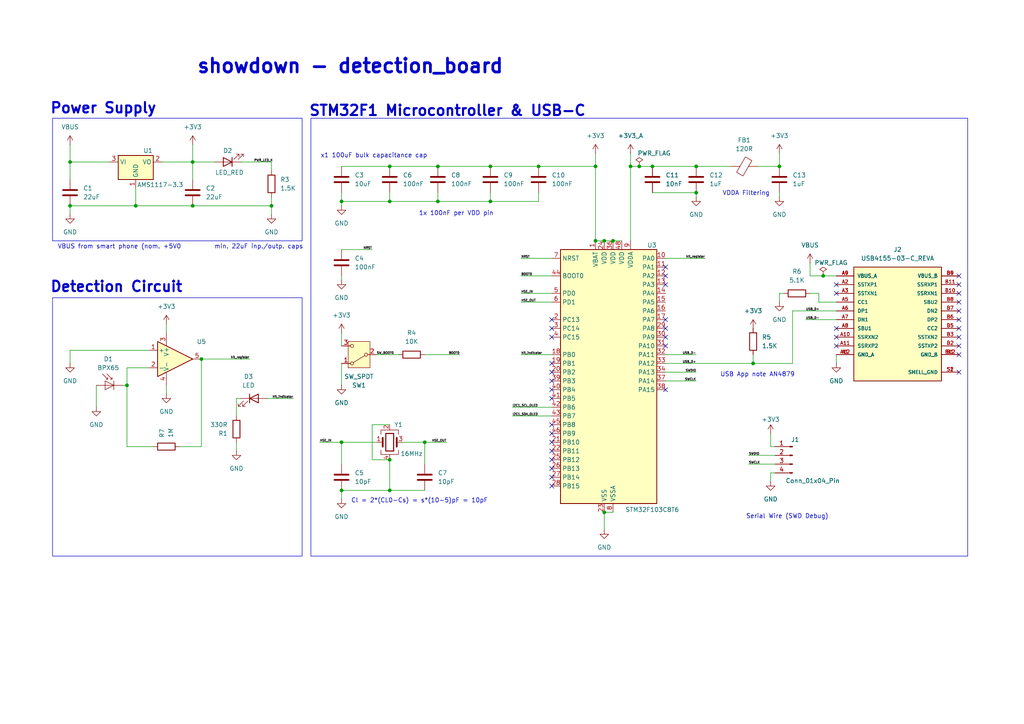
<source format=kicad_sch>
(kicad_sch (version 20231120) (generator "eeschema") (generator_version "8.0")
  (paper "A4")
  (title_block (title "showdown - detection board") (date "2024-10-12") (rev "v0.1"))
  (lib_symbols
    (symbol "Connector:Conn_01x04_Pin" (pin_names (offset 1.016) hide)
      (property "Reference" "J" (at 0 5.08 0))
      (property "Value" "Conn_01x04_Pin" (at 0 -7.62 0))
      (symbol "Conn_01x04_Pin_1_1"
        (polyline (pts (xy 1.27 -5.08) (xy 0.8636 -5.08)) (stroke (width 0.1524)))
        (polyline (pts (xy 1.27 -2.54) (xy 0.8636 -2.54)) (stroke (width 0.1524)))
        (polyline (pts (xy 1.27 0) (xy 0.8636 0)) (stroke (width 0.1524)))
        (polyline (pts (xy 1.27 2.54) (xy 0.8636 2.54)) (stroke (width 0.1524)))
        (rectangle (start 0.8636 -4.953) (end 0 -5.207) (stroke (width 0.1524)) (fill (type outline)))
        (rectangle (start 0.8636 -2.413) (end 0 -2.667) (stroke (width 0.1524)) (fill (type outline)))
        (rectangle (start 0.8636 0.127) (end 0 -0.127) (stroke (width 0.1524)) (fill (type outline)))
        (rectangle (start 0.8636 2.667) (end 0 2.413) (stroke (width 0.1524)) (fill (type outline)))
        (pin passive line (at 5.08 2.54 180) (length 3.81) (name "Pin_1") (number "1"))
        (pin passive line (at 5.08 0 180) (length 3.81) (name "Pin_2") (number "2"))
        (pin passive line (at 5.08 -2.54 180) (length 3.81) (name "Pin_3") (number "3"))
        (pin passive line (at 5.08 -5.08 180) (length 3.81) (name "Pin_4") (number "4"))
      )
    )
    (symbol "Device:C" (pin_numbers hide) (pin_names (offset 0.254))
      (property "Reference" "C" (at 0.635 2.54 0))
      (property "Value" "C" (at 0.635 -2.54 0))
      (symbol "C_0_1"
        (polyline (pts (xy -2.032 -0.762) (xy 2.032 -0.762)) (stroke (width 0.508)))
        (polyline (pts (xy -2.032 0.762) (xy 2.032 0.762)) (stroke (width 0.508)))
      )
      (symbol "C_1_1"
        (pin passive line (at 0 3.81 270) (length 2.794) (name "~") (number "1"))
        (pin passive line (at 0 -3.81 90) (length 2.794) (name "~") (number "2"))
      )
    )
    (symbol "Device:Crystal_GND24" (pin_names (offset 1.016) hide)
      (property "Reference" "Y" (at 3.175 5.08 0))
      (property "Value" "Crystal_GND24" (at 3.175 3.175 0))
      (symbol "Crystal_GND24_0_1"
        (rectangle (start -1.143 2.54) (end 1.143 -2.54) (stroke (width 0.3048)))
        (polyline (pts (xy -2.54 0) (xy -2.032 0)))
        (polyline (pts (xy -2.032 -1.27) (xy -2.032 1.27)) (stroke (width 0.508)))
        (polyline (pts (xy 0 -3.81) (xy 0 -3.556)))
        (polyline (pts (xy 0 3.556) (xy 0 3.81)))
        (polyline (pts (xy 2.032 -1.27) (xy 2.032 1.27)) (stroke (width 0.508)))
        (polyline (pts (xy 2.032 0) (xy 2.54 0)))
        (polyline (pts (xy -2.54 -2.286) (xy -2.54 -3.556) (xy 2.54 -3.556) (xy 2.54 -2.286)))
        (polyline (pts (xy -2.54 2.286) (xy -2.54 3.556) (xy 2.54 3.556) (xy 2.54 2.286)))
      )
      (symbol "Crystal_GND24_1_1"
        (pin passive line (at -3.81 0 0) (length 1.27) (name "1") (number "1"))
        (pin passive line (at 0 5.08 270) (length 1.27) (name "2") (number "2"))
        (pin passive line (at 3.81 0 180) (length 1.27) (name "3") (number "3"))
        (pin passive line (at 0 -5.08 90) (length 1.27) (name "4") (number "4"))
      )
    )
    (symbol "Device:FerriteBead" (pin_numbers hide) (pin_names (offset 0))
      (property "Reference" "FB" (at -3.81 0.635 90))
      (property "Value" "FerriteBead" (at 3.81 0 90))
      (symbol "FerriteBead_0_1"
        (polyline (pts (xy 0 -1.27) (xy 0 -1.2192)))
        (polyline (pts (xy 0 1.27) (xy 0 1.2954)))
        (polyline (pts (xy -2.7686 0.4064) (xy -1.7018 2.2606) (xy 2.7686 -0.3048) (xy 1.6764 -2.159) (xy -2.7686 0.4064)))
      )
      (symbol "FerriteBead_1_1"
        (pin passive line (at 0 3.81 270) (length 2.54) (name "~") (number "1"))
        (pin passive line (at 0 -3.81 90) (length 2.54) (name "~") (number "2"))
      )
    )
    (symbol "Device:LED" (pin_numbers hide) (pin_names (offset 1.016) hide)
      (property "Reference" "D" (at 0 2.54 0))
      (property "Value" "LED" (at 0 -2.54 0))
      (symbol "LED_0_1"
        (polyline (pts (xy -1.27 -1.27) (xy -1.27 1.27)) (stroke (width 0.254)))
        (polyline (pts (xy -1.27 0) (xy 1.27 0)))
        (polyline (pts (xy 1.27 -1.27) (xy 1.27 1.27) (xy -1.27 0) (xy 1.27 -1.27)) (stroke (width 0.254)))
        (polyline (pts (xy -3.048 -0.762) (xy -4.572 -2.286) (xy -3.81 -2.286) (xy -4.572 -2.286) (xy -4.572 -1.524)))
        (polyline (pts (xy -1.778 -0.762) (xy -3.302 -2.286) (xy -2.54 -2.286) (xy -3.302 -2.286) (xy -3.302 -1.524)))
      )
      (symbol "LED_1_1"
        (pin passive line (at -3.81 0 0) (length 2.54) (name "K") (number "1"))
        (pin passive line (at 3.81 0 180) (length 2.54) (name "A") (number "2"))
      )
    )
    (symbol "Device:R" (pin_numbers hide) (pin_names (offset 0))
      (property "Reference" "R" (at 2.032 0 90))
      (property "Value" "R" (at 0 0 90))
      (symbol "R_0_1"
        (rectangle (start -1.016 -2.54) (end 1.016 2.54) (stroke (width 0.254)))
      )
      (symbol "R_1_1"
        (pin passive line (at 0 3.81 270) (length 1.27) (name "~") (number "1"))
        (pin passive line (at 0 -3.81 90) (length 1.27) (name "~") (number "2"))
      )
    )
    (symbol "MCU_ST_STM32F1:STM32F103C8Tx"
      (property "Reference" "U" (at -12.7 39.37 0))
      (property "Value" "STM32F103C8Tx" (at 10.16 39.37 0))
      (symbol "STM32F103C8Tx_0_1"
        (rectangle (start -12.7 -35.56) (end 15.24 38.1) (stroke (width 0.254)) (fill (type background)))
      )
      (symbol "STM32F103C8Tx_1_1"
        (pin power_in line (at -2.54 40.64 270) (length 2.54) (name "VBAT") (number "1"))
        (pin bidirectional line (at 17.78 35.56 180) (length 2.54) (name "PA0") (number "10"))
        (pin bidirectional line (at 17.78 33.02 180) (length 2.54) (name "PA1") (number "11"))
        (pin bidirectional line (at 17.78 30.48 180) (length 2.54) (name "PA2") (number "12"))
        (pin bidirectional line (at 17.78 27.94 180) (length 2.54) (name "PA3") (number "13"))
        (pin bidirectional line (at 17.78 25.4 180) (length 2.54) (name "PA4") (number "14"))
        (pin bidirectional line (at 17.78 22.86 180) (length 2.54) (name "PA5") (number "15"))
        (pin bidirectional line (at 17.78 20.32 180) (length 2.54) (name "PA6") (number "16"))
        (pin bidirectional line (at 17.78 17.78 180) (length 2.54) (name "PA7") (number "17"))
        (pin bidirectional line (at -15.24 7.62 0) (length 2.54) (name "PB0") (number "18"))
        (pin bidirectional line (at -15.24 5.08 0) (length 2.54) (name "PB1") (number "19"))
        (pin bidirectional line (at -15.24 17.78 0) (length 2.54) (name "PC13") (number "2"))
        (pin bidirectional line (at -15.24 2.54 0) (length 2.54) (name "PB2") (number "20"))
        (pin bidirectional line (at -15.24 -17.78 0) (length 2.54) (name "PB10") (number "21"))
        (pin bidirectional line (at -15.24 -20.32 0) (length 2.54) (name "PB11") (number "22"))
        (pin power_in line (at 0 -38.1 90) (length 2.54) (name "VSS") (number "23"))
        (pin power_in line (at 0 40.64 270) (length 2.54) (name "VDD") (number "24"))
        (pin bidirectional line (at -15.24 -22.86 0) (length 2.54) (name "PB12") (number "25"))
        (pin bidirectional line (at -15.24 -25.4 0) (length 2.54) (name "PB13") (number "26"))
        (pin bidirectional line (at -15.24 -27.94 0) (length 2.54) (name "PB14") (number "27"))
        (pin bidirectional line (at -15.24 -30.48 0) (length 2.54) (name "PB15") (number "28"))
        (pin bidirectional line (at 17.78 15.24 180) (length 2.54) (name "PA8") (number "29"))
        (pin bidirectional line (at -15.24 15.24 0) (length 2.54) (name "PC14") (number "3"))
        (pin bidirectional line (at 17.78 12.7 180) (length 2.54) (name "PA9") (number "30"))
        (pin bidirectional line (at 17.78 10.16 180) (length 2.54) (name "PA10") (number "31"))
        (pin bidirectional line (at 17.78 7.62 180) (length 2.54) (name "PA11") (number "32"))
        (pin bidirectional line (at 17.78 5.08 180) (length 2.54) (name "PA12") (number "33"))
        (pin bidirectional line (at 17.78 2.54 180) (length 2.54) (name "PA13") (number "34"))
        (pin passive line (at 0 -38.1 90) (length 2.54) hide (name "VSS") (number "35"))
        (pin power_in line (at 2.54 40.64 270) (length 2.54) (name "VDD") (number "36"))
        (pin bidirectional line (at 17.78 0 180) (length 2.54) (name "PA14") (number "37"))
        (pin bidirectional line (at 17.78 -2.54 180) (length 2.54) (name "PA15") (number "38"))
        (pin bidirectional line (at -15.24 0 0) (length 2.54) (name "PB3") (number "39"))
        (pin bidirectional line (at -15.24 12.7 0) (length 2.54) (name "PC15") (number "4"))
        (pin bidirectional line (at -15.24 -2.54 0) (length 2.54) (name "PB4") (number "40"))
        (pin bidirectional line (at -15.24 -5.08 0) (length 2.54) (name "PB5") (number "41"))
        (pin bidirectional line (at -15.24 -7.62 0) (length 2.54) (name "PB6") (number "42"))
        (pin bidirectional line (at -15.24 -10.16 0) (length 2.54) (name "PB7") (number "43"))
        (pin input line (at -15.24 30.48 0) (length 2.54) (name "BOOT0") (number "44"))
        (pin bidirectional line (at -15.24 -12.7 0) (length 2.54) (name "PB8") (number "45"))
        (pin bidirectional line (at -15.24 -15.24 0) (length 2.54) (name "PB9") (number "46"))
        (pin passive line (at 0 -38.1 90) (length 2.54) hide (name "VSS") (number "47"))
        (pin power_in line (at 5.08 40.64 270) (length 2.54) (name "VDD") (number "48"))
        (pin bidirectional line (at -15.24 25.4 0) (length 2.54) (name "PD0") (number "5"))
        (pin bidirectional line (at -15.24 22.86 0) (length 2.54) (name "PD1") (number "6"))
        (pin input line (at -15.24 35.56 0) (length 2.54) (name "NRST") (number "7"))
        (pin power_in line (at 2.54 -38.1 90) (length 2.54) (name "VSSA") (number "8"))
        (pin power_in line (at 7.62 40.64 270) (length 2.54) (name "VDDA") (number "9"))
      )
    )
    (symbol "Regulator_Linear:AMS1117-3.3"
      (property "Reference" "U" (at -3.81 3.175 0))
      (property "Value" "AMS1117-3.3" (at 0 3.175 0))
      (symbol "AMS1117-3.3_0_1"
        (rectangle (start -5.08 -5.08) (end 5.08 1.905) (stroke (width 0.254)) (fill (type background)))
      )
      (symbol "AMS1117-3.3_1_1"
        (pin power_in line (at 0 -7.62 90) (length 2.54) (name "GND") (number "1"))
        (pin power_out line (at 7.62 0 180) (length 2.54) (name "VO") (number "2"))
        (pin power_in line (at -7.62 0 0) (length 2.54) (name "VI") (number "3"))
      )
    )
    (symbol "Sensor_Optical:BPX65" (pin_numbers hide) (pin_names (offset 1.016) hide)
      (property "Reference" "D" (at 0.508 1.778 0))
      (property "Value" "BPX65" (at -1.016 -2.794 0))
      (symbol "BPX65_0_1"
        (polyline (pts (xy -2.54 1.27) (xy -2.54 -1.27)) (stroke (width 0.1524)))
        (polyline (pts (xy -2.032 1.778) (xy -1.524 1.778)))
        (polyline (pts (xy 0 -1.27) (xy 0 1.27)))
        (polyline (pts (xy 0 0) (xy -2.54 0)))
        (polyline (pts (xy -0.508 3.302) (xy -2.032 1.778) (xy -2.032 2.286)))
        (polyline (pts (xy 0 1.27) (xy -2.54 0) (xy 0 -1.27)))
        (polyline (pts (xy 0.762 3.302) (xy -0.762 1.778) (xy -0.762 2.286) (xy -0.762 1.778) (xy -0.254 1.778)))
      )
      (symbol "BPX65_1_1"
        (pin passive line (at -5.08 0 0) (length 2.54) (name "K") (number "1"))
        (pin passive line (at 2.54 0 180) (length 2.54) (name "A") (number "2"))
      )
    )
    (symbol "Simulation_SPICE:OPAMP" (pin_names (offset 0.254))
      (property "Reference" "U" (at 3.81 3.175 0))
      (property "Value" "${SIM.PARAMS}" (at 3.81 -3.175 0))
      (symbol "OPAMP_0_1"
        (polyline (pts (xy 5.08 0) (xy -5.08 5.08) (xy -5.08 -5.08) (xy 5.08 0)) (stroke (width 0.254)) (fill (type background)))
      )
      (symbol "OPAMP_1_1"
        (pin input line (at -7.62 2.54 0) (length 2.54) (name "+") (number "1"))
        (pin input line (at -7.62 -2.54 0) (length 2.54) (name "-") (number "2"))
        (pin power_in line (at -2.54 7.62 270) (length 3.81) (name "V+") (number "3"))
        (pin power_in line (at -2.54 -7.62 90) (length 3.81) (name "V-") (number "4"))
        (pin output line (at 7.62 0 180) (length 2.54) (name "~") (number "5"))
      )
    )
    (symbol "Switch:SW_SPDT" (pin_names (offset 0) hide)
      (property "Reference" "SW" (at 0 5.08 0))
      (property "Value" "SW_SPDT" (at 0 -5.08 0))
      (symbol "SW_SPDT_0_1"
        (circle (center -2.032 0) (radius 0.4572))
        (polyline (pts (xy -1.651 0.254) (xy 1.651 2.286)))
        (circle (center 2.032 -2.54) (radius 0.4572))
        (circle (center 2.032 2.54) (radius 0.4572))
      )
      (symbol "SW_SPDT_1_1"
        (rectangle (start -3.175 3.81) (end 3.175 -3.81) (fill (type background)))
        (pin passive line (at 5.08 2.54 180) (length 2.54) (name "A") (number "1"))
        (pin passive line (at -5.08 0 0) (length 2.54) (name "B") (number "2"))
        (pin passive line (at 5.08 -2.54 180) (length 2.54) (name "C") (number "3"))
      )
    )
    (symbol "USB4155-03-C:USB4155-03-C_REVA" (pin_names (offset 1.016))
      (property "Reference" "J" (at -12.7 16.002 0))
      (property "Value" "USB4155-03-C_REVA" (at -12.7 -18.542 0))
      (symbol "USB4155-03-C_REVA_0_0"
        (rectangle (start -12.7 -17.78) (end 12.7 15.24) (stroke (width 0.254)) (fill (type background)))
        (pin power_in line (at -17.78 -10.16 0) (length 5.08) (name "GND_A") (number "A1"))
        (pin bidirectional line (at -17.78 -5.08 0) (length 5.08) (name "SSRXN2") (number "A10"))
        (pin bidirectional line (at -17.78 -7.62 0) (length 5.08) (name "SSRXP2") (number "A11"))
        (pin power_in line (at -17.78 -10.16 0) (length 5.08) (name "GND_A") (number "A12"))
        (pin bidirectional line (at -17.78 10.16 0) (length 5.08) (name "SSTXP1") (number "A2"))
        (pin bidirectional line (at -17.78 7.62 0) (length 5.08) (name "SSTXN1") (number "A3"))
        (pin power_in line (at -17.78 12.7 0) (length 5.08) (name "VBUS_A") (number "A4"))
        (pin bidirectional line (at -17.78 5.08 0) (length 5.08) (name "CC1") (number "A5"))
        (pin bidirectional line (at -17.78 2.54 0) (length 5.08) (name "DP1") (number "A6"))
        (pin bidirectional line (at -17.78 0 0) (length 5.08) (name "DN1") (number "A7"))
        (pin bidirectional line (at -17.78 -2.54 0) (length 5.08) (name "SBU1") (number "A8"))
        (pin power_in line (at -17.78 12.7 0) (length 5.08) (name "VBUS_A") (number "A9"))
        (pin power_in line (at 17.78 -10.16 180) (length 5.08) (name "GND_B") (number "B1"))
        (pin bidirectional line (at 17.78 7.62 180) (length 5.08) (name "SSRXN1") (number "B10"))
        (pin bidirectional line (at 17.78 10.16 180) (length 5.08) (name "SSRXP1") (number "B11"))
        (pin power_in line (at 17.78 -10.16 180) (length 5.08) (name "GND_B") (number "B12"))
        (pin bidirectional line (at 17.78 -7.62 180) (length 5.08) (name "SSTXP2") (number "B2"))
        (pin bidirectional line (at 17.78 -5.08 180) (length 5.08) (name "SSTXN2") (number "B3"))
        (pin power_in line (at 17.78 12.7 180) (length 5.08) (name "VBUS_B") (number "B4"))
        (pin bidirectional line (at 17.78 -2.54 180) (length 5.08) (name "CC2") (number "B5"))
        (pin bidirectional line (at 17.78 0 180) (length 5.08) (name "DP2") (number "B6"))
        (pin bidirectional line (at 17.78 2.54 180) (length 5.08) (name "DN2") (number "B7"))
        (pin bidirectional line (at 17.78 5.08 180) (length 5.08) (name "SBU2") (number "B8"))
        (pin power_in line (at 17.78 12.7 180) (length 5.08) (name "VBUS_B") (number "B9"))
        (pin power_in line (at 17.78 -15.24 180) (length 5.08) (name "SHELL_GND") (number "S1"))
        (pin power_in line (at 17.78 -15.24 180) (length 5.08) (name "SHELL_GND") (number "S2"))
      )
    )
    (symbol "power:+3.3V" (power) (pin_numbers hide) (pin_names (offset 0) hide)
      (property "Value" "+3.3V" (at 0 3.556 0))
      (symbol "+3.3V_0_1"
        (polyline (pts (xy -0.762 1.27) (xy 0 2.54)))
        (polyline (pts (xy 0 0) (xy 0 2.54)))
        (polyline (pts (xy 0 2.54) (xy 0.762 1.27)))
      )
      (symbol "+3.3V_1_1"
        (pin power_in line (at 0 0 90) (length 0) (name "~") (number "1"))
      )
    )
    (symbol "power:GND" (power) (pin_numbers hide) (pin_names (offset 0) hide)
      (property "Value" "GND" (at 0 -3.81 0))
      (symbol "GND_0_1"
        (polyline (pts (xy 0 0) (xy 0 -1.27) (xy 1.27 -1.27) (xy 0 -2.54) (xy -1.27 -1.27) (xy 0 -1.27)))
      )
      (symbol "GND_1_1"
        (pin power_in line (at 0 0 270) (length 0) (name "~") (number "1"))
      )
    )
    (symbol "power:PWR_FLAG" (power) (pin_numbers hide) (pin_names (offset 0) hide)
      (property "Value" "PWR_FLAG" (at 0 3.81 0))
      (symbol "PWR_FLAG_0_0"
        (pin power_out line (at 0 0 90) (length 0) (name "~") (number "1"))
      )
      (symbol "PWR_FLAG_0_1"
        (polyline (pts (xy 0 0) (xy 0 1.27) (xy -1.016 1.905) (xy 0 2.54) (xy 1.016 1.905) (xy 0 1.27)))
      )
    )
    (symbol "power:VBUS" (power) (pin_numbers hide) (pin_names (offset 0) hide)
      (property "Value" "VBUS" (at 0 3.556 0))
      (symbol "VBUS_0_1"
        (polyline (pts (xy -0.762 1.27) (xy 0 2.54)))
        (polyline (pts (xy 0 0) (xy 0 2.54)))
        (polyline (pts (xy 0 2.54) (xy 0.762 1.27)))
      )
      (symbol "VBUS_1_1"
        (pin power_in line (at 0 0 90) (length 0) (name "~") (number "1"))
      )
    )
  )
  (junction (at 99.06 58.42))
  (junction (at 156.21 48.26))
  (junction (at 99.06 142.24))
  (junction (at 113.03 58.42))
  (junction (at 113.03 48.26))
  (junction (at 123.19 128.27))
  (junction (at 20.32 46.99))
  (junction (at 172.72 69.85))
  (junction (at 36.83 111.76))
  (junction (at 55.88 46.99))
  (junction (at 127 48.26))
  (junction (at 20.32 59.69))
  (junction (at 113.03 133.35))
  (junction (at 127 58.42))
  (junction (at 182.88 48.26))
  (junction (at 58.42 104.14))
  (junction (at 238.76 80.01))
  (junction (at 185.42 48.26))
  (junction (at 78.74 59.69))
  (junction (at 177.8 69.85))
  (junction (at 142.24 58.42))
  (junction (at 99.06 128.27))
  (junction (at 189.23 48.26))
  (junction (at 113.03 142.24))
  (junction (at 175.26 69.85))
  (junction (at 55.88 59.69))
  (junction (at 201.93 48.26))
  (junction (at 175.26 148.59))
  (junction (at 201.93 55.88))
  (junction (at 226.06 48.26))
  (junction (at 218.44 105.41))
  (junction (at 142.24 48.26))
  (junction (at 39.37 59.69))
  (junction (at 172.72 48.26))
  (no_connect (at 278.13 87.63))
  (no_connect (at 278.13 85.09))
  (no_connect (at 278.13 97.79))
  (no_connect (at 160.02 115.57))
  (no_connect (at 278.13 82.55))
  (no_connect (at 160.02 105.41))
  (no_connect (at 160.02 110.49))
  (no_connect (at 160.02 128.27))
  (no_connect (at 193.04 80.01))
  (no_connect (at 193.04 77.47))
  (no_connect (at 160.02 113.03))
  (no_connect (at 193.04 92.71))
  (no_connect (at 278.13 92.71))
  (no_connect (at 242.57 85.09))
  (no_connect (at 278.13 107.95))
  (no_connect (at 160.02 123.19))
  (no_connect (at 193.04 100.33))
  (no_connect (at 193.04 82.55))
  (no_connect (at 160.02 130.81))
  (no_connect (at 160.02 107.95))
  (no_connect (at 278.13 95.25))
  (no_connect (at 160.02 92.71))
  (no_connect (at 278.13 90.17))
  (no_connect (at 160.02 138.43))
  (no_connect (at 193.04 113.03))
  (no_connect (at 160.02 140.97))
  (no_connect (at 160.02 125.73))
  (no_connect (at 160.02 97.79))
  (no_connect (at 278.13 100.33))
  (no_connect (at 160.02 133.35))
  (no_connect (at 193.04 97.79))
  (no_connect (at 242.57 82.55))
  (no_connect (at 242.57 97.79))
  (no_connect (at 160.02 95.25))
  (no_connect (at 242.57 95.25))
  (no_connect (at 193.04 95.25))
  (no_connect (at 278.13 80.01))
  (no_connect (at 160.02 135.89))
  (no_connect (at 278.13 102.87))
  (no_connect (at 242.57 100.33))
  (wire (pts (xy 99.06 96.52) (xy 99.06 100.33)))
  (wire (pts (xy 142.24 58.42) (xy 156.21 58.42)))
  (wire (pts (xy 123.19 128.27) (xy 123.19 134.62)))
  (wire (pts (xy 68.58 128.27) (xy 68.58 130.81)))
  (wire (pts (xy 175.26 148.59) (xy 177.8 148.59)))
  (wire (pts (xy 160.02 87.63) (xy 151.13 87.63)))
  (wire (pts (xy 193.04 110.49) (xy 201.93 110.49)))
  (wire (pts (xy 78.74 57.15) (xy 78.74 59.69)))
  (wire (pts (xy 78.74 49.53) (xy 78.74 46.99)))
  (wire (pts (xy 201.93 48.26) (xy 212.09 48.26)))
  (wire (pts (xy 223.52 129.54) (xy 223.52 125.73)))
  (wire (pts (xy 78.74 62.23) (xy 78.74 59.69)))
  (wire (pts (xy 113.03 48.26) (xy 127 48.26)))
  (wire (pts (xy 58.42 104.14) (xy 72.39 104.14)))
  (wire (pts (xy 175.26 148.59) (xy 175.26 153.67)))
  (wire (pts (xy 78.74 46.99) (xy 69.85 46.99)))
  (wire (pts (xy 99.06 58.42) (xy 99.06 59.69)))
  (wire (pts (xy 20.32 59.69) (xy 39.37 59.69)))
  (wire (pts (xy 20.32 52.07) (xy 20.32 46.99)))
  (wire (pts (xy 238.76 80.01) (xy 242.57 80.01)))
  (wire (pts (xy 148.59 120.65) (xy 160.02 120.65)))
  (wire (pts (xy 175.26 69.85) (xy 177.8 69.85)))
  (wire (pts (xy 43.18 101.6) (xy 20.32 101.6)))
  (wire (pts (xy 99.06 55.88) (xy 99.06 58.42)))
  (wire (pts (xy 113.03 58.42) (xy 127 58.42)))
  (wire (pts (xy 151.13 74.93) (xy 160.02 74.93)))
  (wire (pts (xy 237.49 87.63) (xy 242.57 87.63)))
  (wire (pts (xy 142.24 48.26) (xy 156.21 48.26)))
  (wire (pts (xy 39.37 54.61) (xy 39.37 59.69)))
  (wire (pts (xy 20.32 41.91) (xy 20.32 46.99)))
  (wire (pts (xy 99.06 128.27) (xy 109.22 128.27)))
  (wire (pts (xy 36.83 106.68) (xy 36.83 111.76)))
  (wire (pts (xy 46.99 46.99) (xy 55.88 46.99)))
  (wire (pts (xy 218.44 102.87) (xy 218.44 105.41)))
  (wire (pts (xy 39.37 59.69) (xy 55.88 59.69)))
  (wire (pts (xy 99.06 142.24) (xy 99.06 144.78)))
  (wire (pts (xy 99.06 48.26) (xy 113.03 48.26)))
  (wire (pts (xy 226.06 44.45) (xy 226.06 48.26)))
  (wire (pts (xy 20.32 101.6) (xy 20.32 105.41)))
  (wire (pts (xy 142.24 55.88) (xy 142.24 58.42)))
  (wire (pts (xy 151.13 80.01) (xy 160.02 80.01)))
  (wire (pts (xy 20.32 46.99) (xy 31.75 46.99)))
  (wire (pts (xy 223.52 129.54) (xy 224.79 129.54)))
  (wire (pts (xy 177.8 69.85) (xy 180.34 69.85)))
  (wire (pts (xy 99.06 142.24) (xy 113.03 142.24)))
  (wire (pts (xy 226.06 85.09) (xy 227.33 85.09)))
  (wire (pts (xy 113.03 142.24) (xy 113.03 133.35)))
  (wire (pts (xy 69.85 115.57) (xy 68.58 115.57)))
  (wire (pts (xy 172.72 69.85) (xy 175.26 69.85)))
  (wire (pts (xy 99.06 58.42) (xy 113.03 58.42)))
  (wire (pts (xy 123.19 142.24) (xy 113.03 142.24)))
  (wire (pts (xy 201.93 55.88) (xy 201.93 57.15)))
  (wire (pts (xy 226.06 85.09) (xy 226.06 87.63)))
  (wire (pts (xy 58.42 104.14) (xy 58.42 129.54)))
  (wire (pts (xy 229.87 90.17) (xy 229.87 105.41)))
  (wire (pts (xy 242.57 102.87) (xy 242.57 105.41)))
  (wire (pts (xy 55.88 41.91) (xy 55.88 46.99)))
  (wire (pts (xy 217.17 132.08) (xy 224.79 132.08)))
  (wire (pts (xy 172.72 48.26) (xy 172.72 69.85)))
  (wire (pts (xy 55.88 59.69) (xy 78.74 59.69)))
  (wire (pts (xy 55.88 46.99) (xy 62.23 46.99)))
  (wire (pts (xy 193.04 102.87) (xy 201.93 102.87)))
  (wire (pts (xy 156.21 58.42) (xy 156.21 55.88)))
  (wire (pts (xy 36.83 111.76) (xy 35.56 111.76)))
  (wire (pts (xy 99.06 105.41) (xy 99.06 111.76)))
  (wire (pts (xy 127 55.88) (xy 127 58.42)))
  (wire (pts (xy 116.84 128.27) (xy 123.19 128.27)))
  (wire (pts (xy 123.19 128.27) (xy 129.54 128.27)))
  (wire (pts (xy 58.42 129.54) (xy 52.07 129.54)))
  (wire (pts (xy 234.95 80.01) (xy 234.95 76.2)))
  (wire (pts (xy 193.04 107.95) (xy 201.93 107.95)))
  (wire (pts (xy 113.03 55.88) (xy 113.03 58.42)))
  (wire (pts (xy 99.06 72.39) (xy 107.95 72.39)))
  (wire (pts (xy 20.32 59.69) (xy 20.32 62.23)))
  (wire (pts (xy 217.17 134.62) (xy 224.79 134.62)))
  (wire (pts (xy 48.26 111.76) (xy 48.26 114.3)))
  (wire (pts (xy 237.49 85.09) (xy 237.49 87.63)))
  (wire (pts (xy 189.23 48.26) (xy 201.93 48.26)))
  (wire (pts (xy 218.44 105.41) (xy 229.87 105.41)))
  (wire (pts (xy 182.88 48.26) (xy 185.42 48.26)))
  (wire (pts (xy 193.04 74.93) (xy 204.47 74.93)))
  (wire (pts (xy 193.04 105.41) (xy 218.44 105.41)))
  (wire (pts (xy 68.58 115.57) (xy 68.58 120.65)))
  (wire (pts (xy 113.03 123.19) (xy 107.95 123.19)))
  (wire (pts (xy 48.26 93.98) (xy 48.26 96.52)))
  (wire (pts (xy 107.95 133.35) (xy 113.03 133.35)))
  (wire (pts (xy 234.95 85.09) (xy 237.49 85.09)))
  (wire (pts (xy 182.88 44.45) (xy 182.88 48.26)))
  (wire (pts (xy 233.68 92.71) (xy 242.57 92.71)))
  (wire (pts (xy 156.21 48.26) (xy 172.72 48.26)))
  (wire (pts (xy 123.19 102.87) (xy 133.35 102.87)))
  (wire (pts (xy 226.06 55.88) (xy 226.06 57.15)))
  (wire (pts (xy 229.87 90.17) (xy 242.57 90.17)))
  (wire (pts (xy 109.22 102.87) (xy 115.57 102.87)))
  (wire (pts (xy 234.95 80.01) (xy 238.76 80.01)))
  (wire (pts (xy 223.52 137.16) (xy 224.79 137.16)))
  (wire (pts (xy 92.71 128.27) (xy 99.06 128.27)))
  (wire (pts (xy 27.94 111.76) (xy 27.94 118.11)))
  (wire (pts (xy 151.13 102.87) (xy 160.02 102.87)))
  (wire (pts (xy 36.83 111.76) (xy 36.83 129.54)))
  (wire (pts (xy 127 58.42) (xy 142.24 58.42)))
  (wire (pts (xy 99.06 80.01) (xy 99.06 81.28)))
  (wire (pts (xy 77.47 115.57) (xy 85.09 115.57)))
  (wire (pts (xy 185.42 48.26) (xy 189.23 48.26)))
  (wire (pts (xy 148.59 118.11) (xy 160.02 118.11)))
  (wire (pts (xy 189.23 55.88) (xy 201.93 55.88)))
  (wire (pts (xy 172.72 44.45) (xy 172.72 48.26)))
  (wire (pts (xy 107.95 123.19) (xy 107.95 133.35)))
  (wire (pts (xy 219.71 48.26) (xy 226.06 48.26)))
  (wire (pts (xy 127 48.26) (xy 142.24 48.26)))
  (wire (pts (xy 44.45 129.54) (xy 36.83 129.54)))
  (wire (pts (xy 151.13 85.09) (xy 160.02 85.09)))
  (wire (pts (xy 182.88 48.26) (xy 182.88 69.85)))
  (wire (pts (xy 55.88 46.99) (xy 55.88 52.07)))
  (wire (pts (xy 223.52 137.16) (xy 223.52 139.7)))
  (wire (pts (xy 99.06 128.27) (xy 99.06 134.62)))
  (wire (pts (xy 43.18 106.68) (xy 36.83 106.68)))
  (rectangle (start 90.17 34.29) (end 280.67 161.29))
  (rectangle (start 15.24 34.29) (end 87.63 69.85))
  (rectangle (start 15.24 86.36) (end 87.63 161.29))
  (text "VBUS from smart phone (nom. +5V0	min. 22uF inp./outp. caps" (at 52.324 71.628 0) (effects (font (size 1.27 1.27))))
  (text "Cl = 2*(CL0-Cs) = s*(10-5)pF = 10pF" (at 121.666 145.288 0) (effects (font (size 1.27 1.27))))
  (text "x1 100uF bulk capacitance cap\n" (at 108.458 45.212 0) (effects (font (size 1.27 1.27))))
  (text "VDDA Filtering\n" (at 216.408 56.134 0) (effects (font (size 1.27 1.27))))
  (text "Serial Wire (SWD Debug)" (at 228.346 149.86 0) (effects (font (size 1.27 1.27))))
  (text "showdown - detection_board" (at 101.6 19.304 0) (effects (font (size 4 4) (thickness 0.8) (bold yes))))
  (text "Power Supply\n" (at 29.972 31.496 0) (effects (font (size 3 3) (thickness 0.6) (bold yes))))
  (text "1x 100nF per VDD pin" (at 132.334 61.976 0) (effects (font (size 1.27 1.27))))
  (text "STM32F1 Microcontroller & USB-C\n" (at 129.794 32.258 0) (effects (font (size 3 3) (thickness 0.6) (bold yes))))
  (text "Detection Circuit\n" (at 33.782 83.312 0) (effects (font (size 3 3) (thickness 0.6) (bold yes))))
  (text "USB App note AN4879" (at 219.71 108.712 0) (effects (font (size 1.27 1.27))))
  (label "SWDIO" (at 201.93 107.95 180) (effects (font (size 0.635 0.635))))
  (label "hit_register" (at 72.39 104.14 180) (effects (font (size 0.635 0.635))))
  (label "HSE_OUT" (at 129.54 128.27 180) (effects (font (size 0.635 0.635))))
  (label "USB_D-" (at 201.93 102.87 180) (effects (font (size 0.635 0.635))))
  (label "SWCLK" (at 217.17 134.62 0) (effects (font (size 0.635 0.635))))
  (label "SW_BOOT0" (at 109.22 102.87 0) (effects (font (size 0.635 0.635))))
  (label "BOOT0" (at 133.35 102.87 180) (effects (font (size 0.635 0.635))))
  (label "SWCLK" (at 201.93 110.49 180) (effects (font (size 0.635 0.635))))
  (label "USB_D+" (at 201.93 105.41 180) (effects (font (size 0.635 0.635))))
  (label "I2C1_SDA_OLED" (at 148.59 120.65 0) (effects (font (size 0.635 0.635))))
  (label "USB_D-" (at 233.68 92.71 0) (effects (font (size 0.635 0.635))))
  (label "hit_indicator" (at 85.09 115.57 180) (effects (font (size 0.635 0.635))))
  (label "PWR_LED_K" (at 73.66 46.99 0) (effects (font (size 0.635 0.635))))
  (label "I2C1_SCL_OLED" (at 148.59 118.11 0) (effects (font (size 0.635 0.635))))
  (label "NRST" (at 107.95 72.39 180) (effects (font (size 0.635 0.635))))
  (label "USB_D+" (at 233.68 90.17 0) (effects (font (size 0.635 0.635))))
  (label "hit_register" (at 204.47 74.93 180) (effects (font (size 0.635 0.635))))
  (label "NRST" (at 151.13 74.93 0) (effects (font (size 0.635 0.635))))
  (label "HSE_IN" (at 151.13 85.09 0) (effects (font (size 0.635 0.635))))
  (label "HSE_OUT" (at 151.13 87.63 0) (effects (font (size 0.635 0.635))))
  (label "hit_indicator" (at 151.13 102.87 0) (effects (font (size 0.635 0.635))))
  (label "SWDIO" (at 217.17 132.08 0) (effects (font (size 0.635 0.635))))
  (label "HSE_IN" (at 92.71 128.27 0) (effects (font (size 0.635 0.635))))
  (label "BOOT0" (at 151.13 80.01 0) (effects (font (size 0.635 0.635))))
  (symbol (lib_id "power:GND") (at 223.52 139.7 0) (unit 1)
    (property "Reference" "#PWR017" (effects (hide yes)))
    (property "Value" "GND" (at 223.52 144.78 0))
    (property "Description" "Power symbol creates a global label with name \"GND\" , ground" (effects (hide yes)))
  )
  (symbol (lib_id "power:GND") (at 201.93 57.15 0) (unit 1)
    (property "Reference" "#PWR014" (effects (hide yes)))
    (property "Value" "GND" (at 201.93 62.23 0))
    (property "Description" "Power symbol creates a global label with name \"GND\" , ground" (effects (hide yes)))
  )
  (symbol (lib_id "power:GND") (at 20.32 105.41 0) (mirror y) (unit 1)
    (property "Reference" "#PWR023" (effects (hide yes)))
    (property "Value" "GND" (at 20.32 110.49 0))
    (property "Description" "Power symbol creates a global label with name \"GND\" , ground" (effects (hide yes)))
  )
  (symbol (lib_id "power:GND") (at 99.06 59.69 0) (unit 1)
    (property "Reference" "#PWR06" (effects (hide yes)))
    (property "Value" "GND" (at 99.06 64.77 0))
    (property "Description" "Power symbol creates a global label with name \"GND\" , ground" (effects (hide yes)))
  )
  (symbol (lib_id "Device:R") (at 78.74 53.34 180) (unit 1)
    (property "Reference" "R3" (at 81.28 52.0699 0) (effects (justify right)))
    (property "Value" "1.5K" (at 81.28 54.6099 0) (effects (justify right)))
    (property "Footprint" "Resistor_SMD:R_0603_1608Metric" (effects (hide yes)))
    (property "Description" "Resistor" (effects (hide yes)))
  )
  (symbol (lib_id "power:+3.3V") (at 223.52 125.73 0) (unit 1)
    (property "Reference" "#PWR016" (effects (hide yes)))
    (property "Value" "+3V3" (at 223.52 121.666 0))
    (property "Description" "Power symbol creates a global label with name \"+3.3V\"" (effects (hide yes)))
  )
  (symbol (lib_id "Sensor_Optical:BPX65") (at 30.48 111.76 0) (mirror y) (unit 1)
    (property "Reference" "D1" (at 31.4071 104.14 0))
    (property "Value" "BPX65" (at 31.4071 106.68 0))
    (property "Footprint" "Package_TO_SOT_THT:TO-18-2_Lens" (effects (hide yes)))
    (property "Datasheet" "http://www.osram-os.com/Graphics/XPic1/00181579_0.pdf/BPX%2065,%20Lead%20(Pb)%20Free%20Product%20-%20RoHS%20Compliant.pdf" (effects (hide yes)))
    (property "Description" "Silicon PIN Photodiode, TO-18 package" (effects (hide yes)))
  )
  (symbol (lib_id "power:GND") (at 27.94 118.11 0) (mirror y) (unit 1)
    (property "Reference" "#PWR03" (effects (hide yes)))
    (property "Value" "GND" (at 27.94 123.19 0))
    (property "Description" "Power symbol creates a global label with name \"GND\" , ground" (effects (hide yes)))
  )
  (symbol (lib_id "Device:C") (at 142.24 52.07 0) (unit 1)
    (property "Reference" "C9" (at 146.05 50.7999 0) (effects (justify left)))
    (property "Value" "100nF" (at 146.05 53.3399 0) (effects (justify left)))
    (property "Footprint" "Capacitor_SMD:C_0603_1608Metric" (effects (hide yes)))
    (property "Description" "Unpolarized capacitor" (effects (hide yes)))
  )
  (symbol (lib_id "power:+3.3V") (at 182.88 44.45 0) (unit 1)
    (property "Reference" "#PWR013" (effects (hide yes)))
    (property "Value" "+3V3_A" (at 182.88 39.37 0))
    (property "Description" "Power symbol creates a global label with name \"+3.3V\"" (effects (hide yes)))
  )
  (symbol (lib_id "power:GND") (at 68.58 130.81 0) (mirror y) (unit 1)
    (property "Reference" "#PWR026" (effects (hide yes)))
    (property "Value" "GND" (at 68.58 135.89 0))
    (property "Description" "Power symbol creates a global label with name \"GND\" , ground" (effects (hide yes)))
  )
  (symbol (lib_id "power:+3.3V") (at 172.72 44.45 0) (unit 1)
    (property "Reference" "#PWR011" (effects (hide yes)))
    (property "Value" "+3V3" (at 172.72 39.37 0))
    (property "Description" "Power symbol creates a global label with name \"+3.3V\"" (effects (hide yes)))
  )
  (symbol (lib_id "power:GND") (at 226.06 57.15 0) (unit 1)
    (property "Reference" "#PWR019" (effects (hide yes)))
    (property "Value" "GND" (at 226.06 62.23 0))
    (property "Description" "Power symbol creates a global label with name \"GND\" , ground" (effects (hide yes)))
  )
  (symbol (lib_id "power:+3.3V") (at 99.06 96.52 0) (unit 1)
    (property "Reference" "#PWR08" (effects (hide yes)))
    (property "Value" "+3V3" (at 99.06 91.44 0))
    (property "Description" "Power symbol creates a global label with name \"+3.3V\"" (effects (hide yes)))
  )
  (symbol (lib_id "power:GND") (at 48.26 114.3 0) (mirror y) (unit 1)
    (property "Reference" "#PWR025" (effects (hide yes)))
    (property "Value" "GND" (at 48.26 119.38 0))
    (property "Description" "Power symbol creates a global label with name \"GND\" , ground" (effects (hide yes)))
  )
  (symbol (lib_id "Device:R") (at 218.44 99.06 180) (unit 1)
    (property "Reference" "R5" (at 220.98 97.7899 0) (effects (justify right)))
    (property "Value" "1.5K" (at 220.98 100.3299 0) (effects (justify right)))
    (property "Footprint" "Resistor_SMD:R_0603_1608Metric" (effects (hide yes)))
    (property "Description" "Resistor" (effects (hide yes)))
  )
  (symbol (lib_id "power:+3.3V") (at 226.06 44.45 0) (unit 1)
    (property "Reference" "#PWR018" (effects (hide yes)))
    (property "Value" "+3V3" (at 226.06 39.37 0))
    (property "Description" "Power symbol creates a global label with name \"+3.3V\"" (effects (hide yes)))
  )
  (symbol (lib_id "Device:R") (at 119.38 102.87 90) (unit 1)
    (property "Reference" "R4" (at 119.38 96.52 90))
    (property "Value" "10K" (at 119.38 99.06 90))
    (property "Footprint" "Resistor_SMD:R_0603_1608Metric" (effects (hide yes)))
    (property "Description" "Resistor" (effects (hide yes)))
  )
  (symbol (lib_id "Simulation_SPICE:OPAMP") (at 50.8 104.14 0) (unit 1)
    (property "Reference" "U5" (at 58.42 99.0914 0))
    (property "Value" "${SIM.PARAMS}" (at 58.42 100.9965 0))
    (property "Datasheet" "https://ngspice.sourceforge.io/docs/ngspice-html-manual/manual.xhtml#sec__SUBCKT_Subcircuits" (effects (hide yes)))
    (property "Description" "Operational amplifier, single, node sequence=1:+ 2:- 3:OUT 4:V+ 5:V-" (effects (hide yes)))
    (property "Sim.Pins" "1=in+ 2=in- 3=vcc 4=vee 5=out" (effects (hide yes)))
    (property "Sim.Device" "SUBCKT" (effects (hide yes)))
    (property "Sim.Library" "${KICAD8_SYMBOL_DIR}/Simulation_SPICE.sp" (effects (hide yes)))
    (property "Sim.Name" "kicad_builtin_opamp" (effects (hide yes)))
  )
  (symbol (lib_id "Device:FerriteBead") (at 215.9 48.26 90) (unit 1)
    (property "Reference" "FB1" (at 215.8492 40.64 90))
    (property "Value" "120R" (at 215.8492 43.18 90))
    (property "Footprint" "Inductor_SMD:L_0603_1608Metric" (effects (hide yes)))
    (property "Description" "Ferrite bead" (effects (hide yes)))
  )
  (symbol (lib_id "power:GND") (at 242.57 105.41 0) (unit 1)
    (property "Reference" "#PWR022" (effects (hide yes)))
    (property "Value" "GND" (at 242.57 110.49 0))
    (property "Description" "Power symbol creates a global label with name \"GND\" , ground" (effects (hide yes)))
  )
  (symbol (lib_id "power:GND") (at 226.06 87.63 0) (unit 1)
    (property "Reference" "#PWR020" (effects (hide yes)))
    (property "Value" "GND" (at 226.06 92.71 0))
    (property "Description" "Power symbol creates a global label with name \"GND\" , ground" (effects (hide yes)))
  )
  (symbol (lib_id "power:VBUS") (at 234.95 76.2 0) (unit 1)
    (property "Reference" "#PWR021" (effects (hide yes)))
    (property "Value" "VBUS" (at 234.95 71.12 0))
    (property "Description" "Power symbol creates a global label with name \"VBUS\"" (effects (hide yes)))
  )
  (symbol (lib_id "power:+3.3V") (at 218.44 95.25 0) (unit 1)
    (property "Reference" "#PWR015" (effects (hide yes)))
    (property "Value" "+3V3" (at 218.44 90.17 0))
    (property "Description" "Power symbol creates a global label with name \"+3.3V\"" (effects (hide yes)))
  )
  (symbol (lib_id "Device:R") (at 48.26 129.54 270) (unit 1)
    (property "Reference" "R7" (at 46.9899 127 0) (effects (justify right)))
    (property "Value" "1M" (at 49.5299 127 0) (effects (justify right)))
    (property "Footprint" "Resistor_SMD:R_0603_1608Metric" (effects (hide yes)))
    (property "Description" "Resistor" (effects (hide yes)))
  )
  (symbol (lib_id "power:GND") (at 99.06 144.78 0) (unit 1)
    (property "Reference" "#PWR010" (effects (hide yes)))
    (property "Value" "GND" (at 99.06 149.86 0))
    (property "Description" "Power symbol creates a global label with name \"GND\" , ground" (effects (hide yes)))
  )
  (symbol (lib_id "Device:C") (at 226.06 52.07 0) (unit 1)
    (property "Reference" "C13" (at 229.87 50.7999 0) (effects (justify left)))
    (property "Value" "1uF" (at 229.87 53.3399 0) (effects (justify left)))
    (property "Footprint" "Capacitor_SMD:C_0603_1608Metric" (effects (hide yes)))
    (property "Description" "Unpolarized capacitor" (effects (hide yes)))
  )
  (symbol (lib_id "Device:C") (at 123.19 138.43 0) (unit 1)
    (property "Reference" "C7" (at 127 137.1599 0) (effects (justify left)))
    (property "Value" "10pF" (at 127 139.6999 0) (effects (justify left)))
    (property "Footprint" "Capacitor_SMD:C_0603_1608Metric" (effects (hide yes)))
    (property "Description" "Unpolarized capacitor" (effects (hide yes)))
  )
  (symbol (lib_id "power:+3.3V") (at 55.88 41.91 0) (unit 1)
    (property "Reference" "#PWR04" (effects (hide yes)))
    (property "Value" "+3V3" (at 55.88 36.83 0))
    (property "Description" "Power symbol creates a global label with name \"+3.3V\"" (effects (hide yes)))
  )
  (symbol (lib_id "power:+3.3V") (at 48.26 93.98 0) (unit 1)
    (property "Reference" "#PWR024" (effects (hide yes)))
    (property "Value" "+3V3" (at 48.26 88.9 0))
    (property "Description" "Power symbol creates a global label with name \"+3.3V\"" (effects (hide yes)))
  )
  (symbol (lib_id "Device:C") (at 55.88 55.88 0) (unit 1)
    (property "Reference" "C2" (at 59.69 54.6099 0) (effects (justify left)))
    (property "Value" "22uF" (at 59.69 57.1499 0) (effects (justify left)))
    (property "Footprint" "Capacitor_SMD:C_0603_1608Metric" (effects (hide yes)))
    (property "Description" "Unpolarized capacitor" (effects (hide yes)))
  )
  (symbol (lib_id "Connector:Conn_01x04_Pin") (at 229.87 132.08 0) (mirror y) (unit 1)
    (property "Reference" "J1" (at 230.632 127.508 0))
    (property "Value" "Conn_01x04_Pin" (at 235.712 139.446 0))
    (property "Footprint" "Connector_PinHeader_2.54mm:PinHeader_1x04_P2.54mm_Horizontal" (effects (hide yes)))
    (property "Description" "Generic connector, single row, 01x04, script generated" (effects (hide yes)))
  )
  (symbol (lib_id "Device:C") (at 113.03 52.07 0) (unit 1)
    (property "Reference" "C6" (at 116.84 50.7999 0) (effects (justify left)))
    (property "Value" "100nF" (at 116.84 53.3399 0) (effects (justify left)))
    (property "Footprint" "Capacitor_SMD:C_0603_1608Metric" (effects (hide yes)))
    (property "Description" "Unpolarized capacitor" (effects (hide yes)))
  )
  (symbol (lib_id "Regulator_Linear:AMS1117-3.3") (at 39.37 46.99 0) (unit 1)
    (property "Reference" "U1" (at 42.926 43.688 0))
    (property "Value" "AMS1117-3.3" (at 46.482 53.594 0))
    (property "Footprint" "Package_TO_SOT_SMD:SOT-223-3_TabPin2" (effects (hide yes)))
    (property "Datasheet" "http://www.advanced-monolithic.com/pdf/ds1117.pdf" (effects (hide yes)))
    (property "Description" "1A Low Dropout regulator, positive, 3.3V fixed output, SOT-223" (effects (hide yes)))
  )
  (symbol (lib_id "power:PWR_FLAG") (at 185.42 48.26 0) (unit 1)
    (property "Reference" "#FLG01" (effects (hide yes)))
    (property "Value" "PWR_FLAG" (at 189.738 44.45 0))
    (property "Description" "Special symbol for telling ERC where power comes from" (effects (hide yes)))
  )
  (symbol (lib_id "Device:C") (at 189.23 52.07 0) (unit 1)
    (property "Reference" "C11" (at 193.04 50.7999 0) (effects (justify left)))
    (property "Value" "10nF" (at 193.04 53.3399 0) (effects (justify left)))
    (property "Footprint" "Capacitor_SMD:C_0603_1608Metric" (effects (hide yes)))
    (property "Description" "Unpolarized capacitor" (effects (hide yes)))
  )
  (symbol (lib_id "Device:R") (at 231.14 85.09 90) (unit 1)
    (property "Reference" "R6" (at 231.14 78.74 90))
    (property "Value" "5.1K" (at 231.14 81.28 90))
    (property "Footprint" "Resistor_SMD:R_0603_1608Metric" (effects (hide yes)))
    (property "Description" "Resistor" (effects (hide yes)))
  )
  (symbol (lib_id "Device:LED") (at 73.66 115.57 0) (unit 1)
    (property "Reference" "D3" (at 72.0725 109.22 0))
    (property "Value" "LED" (at 72.0725 111.76 0))
    (property "Description" "Light emitting diode" (effects (hide yes)))
  )
  (symbol (lib_id "Device:C") (at 20.32 55.88 0) (unit 1)
    (property "Reference" "C1" (at 24.13 54.6099 0) (effects (justify left)))
    (property "Value" "22uF" (at 24.13 57.1499 0) (effects (justify left)))
    (property "Footprint" "Capacitor_SMD:C_0603_1608Metric" (effects (hide yes)))
    (property "Description" "Unpolarized capacitor" (effects (hide yes)))
  )
  (symbol (lib_id "Device:C") (at 99.06 52.07 0) (unit 1)
    (property "Reference" "C3" (at 102.87 50.7999 0) (effects (justify left)))
    (property "Value" "10uF" (at 102.87 53.3399 0) (effects (justify left)))
    (property "Footprint" "Capacitor_SMD:C_0603_1608Metric" (effects (hide yes)))
    (property "Description" "Unpolarized capacitor" (effects (hide yes)))
  )
  (symbol (lib_id "Device:C") (at 127 52.07 0) (unit 1)
    (property "Reference" "C8" (at 130.81 50.7999 0) (effects (justify left)))
    (property "Value" "100nF" (at 130.81 53.3399 0) (effects (justify left)))
    (property "Footprint" "Capacitor_SMD:C_0603_1608Metric" (effects (hide yes)))
    (property "Description" "Unpolarized capacitor" (effects (hide yes)))
  )
  (symbol (lib_id "Device:LED") (at 66.04 46.99 180) (unit 1)
    (property "Reference" "D2" (at 66.04 43.688 0))
    (property "Value" "LED_RED" (at 66.548 50.038 0))
    (property "Footprint" "LED_SMD:LED_0805_2012Metric" (effects (hide yes)))
    (property "Description" "Light emitting diode" (effects (hide yes)))
  )
  (symbol (lib_id "MCU_ST_STM32F1:STM32F103C8Tx") (at 175.26 110.49 0) (unit 1)
    (property "Reference" "U3" (at 187.706 71.12 0) (effects (justify left)))
    (property "Value" "STM32F103C8T6" (at 181.356 147.828 0) (effects (justify left)))
    (property "Footprint" "Package_QFP:LQFP-48_7x7mm_P0.5mm" (effects (hide yes)))
    (property "Datasheet" "https://www.st.com/resource/en/datasheet/stm32f103c8.pdf" (effects (hide yes)))
    (property "Description" "STMicroelectronics Arm Cortex-M3 MCU, 64KB flash, 20KB RAM, 72 MHz, 2.0-3.6V, 37 GPIO, LQFP48" (effects (hide yes)))
  )
  (symbol (lib_id "power:GND") (at 175.26 153.67 0) (unit 1)
    (property "Reference" "#PWR012" (effects (hide yes)))
    (property "Value" "GND" (at 175.26 158.75 0))
    (property "Description" "Power symbol creates a global label with name \"GND\" , ground" (effects (hide yes)))
  )
  (symbol (lib_id "Device:C") (at 99.06 76.2 0) (unit 1)
    (property "Reference" "C4" (at 102.87 74.9299 0) (effects (justify left)))
    (property "Value" "100nF" (at 102.87 77.4699 0) (effects (justify left)))
    (property "Footprint" "Capacitor_SMD:C_0603_1608Metric" (effects (hide yes)))
    (property "Description" "Unpolarized capacitor" (effects (hide yes)))
  )
  (symbol (lib_id "power:VBUS") (at 20.32 41.91 0) (unit 1)
    (property "Reference" "#PWR01" (effects (hide yes)))
    (property "Value" "VBUS" (at 20.32 36.83 0))
    (property "Description" "Power symbol creates a global label with name \"VBUS\"" (effects (hide yes)))
  )
  (symbol (lib_id "Device:Crystal_GND24") (at 113.03 128.27 0) (unit 1)
    (property "Reference" "Y1" (at 115.57 123.19 0))
    (property "Value" "16MHz" (at 119.38 131.572 0))
    (property "Footprint" "Crystal:Crystal_SMD_3225-4Pin_3.2x2.5mm" (effects (hide yes)))
    (property "Description" "Four pin crystal, GND on pins 2 and 4" (effects (hide yes)))
  )
  (symbol (lib_id "Device:R") (at 68.58 124.46 0) (unit 1)
    (property "Reference" "R1" (at 66.04 125.7301 0) (effects (justify right)))
    (property "Value" "330R" (at 66.04 123.1901 0) (effects (justify right)))
    (property "Footprint" "Resistor_SMD:R_0603_1608Metric" (effects (hide yes)))
    (property "Description" "Resistor" (effects (hide yes)))
  )
  (symbol (lib_id "power:PWR_FLAG") (at 238.76 80.01 0) (unit 1)
    (property "Reference" "#FLG02" (effects (hide yes)))
    (property "Value" "PWR_FLAG" (at 241.046 76.2 0))
    (property "Description" "Special symbol for telling ERC where power comes from" (effects (hide yes)))
  )
  (symbol (lib_id "Device:C") (at 156.21 52.07 0) (unit 1)
    (property "Reference" "C10" (at 160.02 50.7999 0) (effects (justify left)))
    (property "Value" "100nF" (at 160.02 53.3399 0) (effects (justify left)))
    (property "Footprint" "Capacitor_SMD:C_0603_1608Metric" (effects (hide yes)))
    (property "Description" "Unpolarized capacitor" (effects (hide yes)))
  )
  (symbol (lib_id "power:GND") (at 78.74 62.23 0) (unit 1)
    (property "Reference" "#PWR05" (effects (hide yes)))
    (property "Value" "GND" (at 78.74 67.31 0))
    (property "Description" "Power symbol creates a global label with name \"GND\" , ground" (effects (hide yes)))
  )
  (symbol (lib_id "power:GND") (at 99.06 81.28 0) (unit 1)
    (property "Reference" "#PWR07" (effects (hide yes)))
    (property "Value" "GND" (at 99.06 86.36 0))
    (property "Description" "Power symbol creates a global label with name \"GND\" , ground" (effects (hide yes)))
  )
  (symbol (lib_id "Device:C") (at 99.06 138.43 0) (unit 1)
    (property "Reference" "C5" (at 102.87 137.1599 0) (effects (justify left)))
    (property "Value" "10pF" (at 102.87 139.6999 0) (effects (justify left)))
    (property "Footprint" "Capacitor_SMD:C_0603_1608Metric" (effects (hide yes)))
    (property "Description" "Unpolarized capacitor" (effects (hide yes)))
  )
  (symbol (lib_id "Switch:SW_SPDT") (at 104.14 102.87 180) (unit 1)
    (property "Reference" "SW1" (at 104.14 111.76 0))
    (property "Value" "SW_SPDT" (at 104.14 109.22 0))
    (property "Footprint" "Button_Switch_THT:SW_E-Switch_EG1271_SPDT" (effects (hide yes)))
    (property "Description" "Switch, single pole double throw" (effects (hide yes)))
  )
  (symbol (lib_id "Device:C") (at 201.93 52.07 0) (unit 1)
    (property "Reference" "C12" (at 205.74 50.7999 0) (effects (justify left)))
    (property "Value" "1uF" (at 205.74 53.3399 0) (effects (justify left)))
    (property "Footprint" "Capacitor_SMD:C_0603_1608Metric" (effects (hide yes)))
    (property "Description" "Unpolarized capacitor" (effects (hide yes)))
  )
  (symbol (lib_id "power:GND") (at 99.06 111.76 0) (unit 1)
    (property "Reference" "#PWR09" (effects (hide yes)))
    (property "Value" "GND" (at 99.06 116.84 0))
    (property "Description" "Power symbol creates a global label with name \"GND\" , ground" (effects (hide yes)))
  )
  (symbol (lib_id "power:GND") (at 20.32 62.23 0) (unit 1)
    (property "Reference" "#PWR02" (effects (hide yes)))
    (property "Value" "GND" (at 20.32 67.31 0))
    (property "Description" "Power symbol creates a global label with name \"GND\" , ground" (effects (hide yes)))
  )
  (symbol (lib_id "USB4155-03-C:USB4155-03-C_REVA") (at 260.35 92.71 0) (unit 1)
    (property "Reference" "J2" (at 260.35 72.39 0))
    (property "Value" "USB4155-03-C_REVA" (at 260.35 74.93 0))
    (property "Footprint" "USB4155-03-C_REVA:GCT_USB4155-03-C_REVA" (effects (hide yes)))
    (property "MF" "Global Connector Technology" (effects (hide yes)))
    (property "MAXIMUM_PACKAGE_HEIGHT" "2.9 mm" (effects (hide yes)))
    (property "Package" "None" (effects (hide yes)))
    (property "Price" "None" (effects (hide yes)))
    (property "Check_prices" "https://www.snapeda.com/parts/USB4155-03-C/Global+Connector+Technology/view-part/?ref=eda" (effects (hide yes)))
    (property "STANDARD" "Manufacturer Recommendations" (effects (hide yes)))
    (property "PARTREV" "A" (effects (hide yes)))
    (property "SnapEDA_Link" "https://www.snapeda.com/parts/USB4155-03-C/Global+Connector+Technology/view-part/?ref=snap" (effects (hide yes)))
    (property "MP" "USB4155-03-C" (effects (hide yes)))
    (property "Purchase-URL" "https://www.snapeda.com/api/url_track_click_mouser/?unipart_id=5877141&manufacturer=Global Connector Technology&part_name=USB4155-03-C&search_term=None" (effects (hide yes)))
    (property "Description_1" "\nUSB-C (USB TYPE-C) USB 3.2 Gen 2 (USB 3.1 Gen 2, Superspeed + (USB 3.1)) Plug Connector 24 Position Board Edge, Cutout; Surface Mount; Through Hole, Right Angle\n" (effects (hide yes)))
    (property "Availability" "In Stock" (effects (hide yes)))
    (property "MANUFACTURER" "GCT" (effects (hide yes)))
  )
)
</source>
